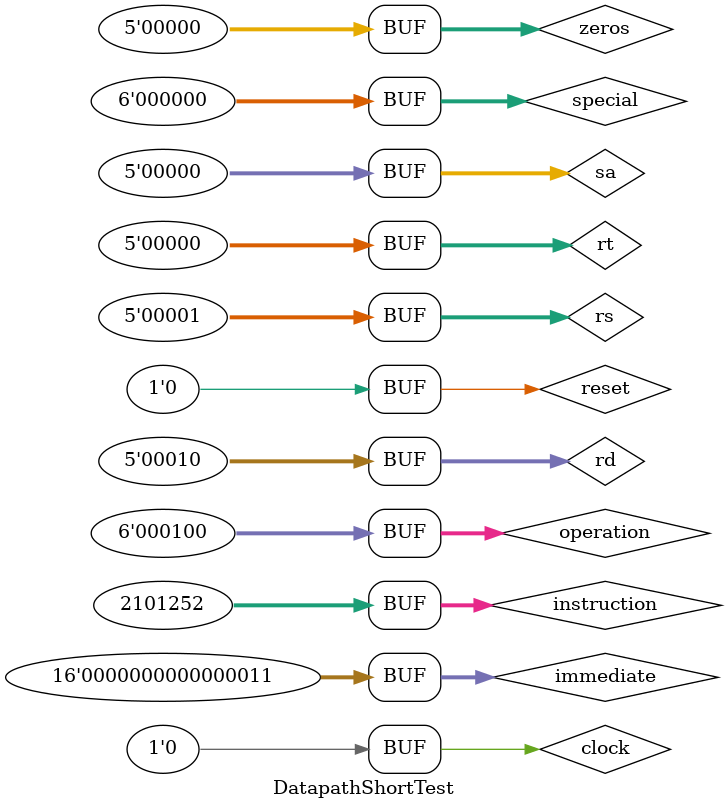
<source format=v>
`timescale 1ns / 1ps


module DatapathShortTest;

	// Inputs
	reg clock;
	reg [31:0] instruction;
	reg reset;
	reg [5:0]special=0;
	reg [4:0]rt=0;
	reg [4:0]rs=0;
	reg [15:0]immediate=0;
	reg [5:0]operation=0;
	reg [4:0]rd=0;
	reg [4:0]sa=0;
	reg [4:0]zeros=0;
	// Instantiate the Unit Under Test (UUT)
	Datapath1 uut (
		.clock(clock), 
		.resetGral(reset),
		.instruction(instruction)
	);

	initial begin
		// Initialize Inputs
		clock = 0;
	   reset=0;
		// Wait 100 ns for global reset to finish
		#100
		reset=1;
		#100
		reset=0;
		#100
		
		special=6'b001000;
		rt=0;
		rs=2;
		immediate=650;
		instruction={special,rs,rt,immediate};//sumo un valor inmediato de 650 al r2(esta en 0) y lo guardo en r0
		#1;
		clock = ~clock;
		#10;
				clock = ~clock;
		#10;
		
		
		special=6'b001000;
		rt=1;
		rs=2;
		immediate=3;
		instruction={special,rs,rt,immediate};//sumo un valor inmediato de 3 al r2(esta en 0) y lo guardo en r1
		
		#1;
		clock = ~clock;
		#10;
		clock = ~clock;
		#10;
		
		operation='b000100;
		rd=2;
		rt=0;
		rs=1;
		special=0;
		instruction={special,rs,rt,rd,zeros,operation}; // SLLV: r2 = r0 << r1 (desplazo 650 tres lugares a la izq)
		#1;
		      clock = ~clock;
		#10;
		      clock = ~clock;
		#10;
		      clock = ~clock;
		#10;
		      clock = ~clock;
		#10;
		      clock = ~clock;
		#10;
		      clock = ~clock;
		#10;
		      clock = ~clock;
		#10;
		      clock = ~clock;
		#10;
		      clock = ~clock;
		#10;
		      clock = ~clock;
		#10;
		      clock = ~clock;
		#10;
		      clock = ~clock;
	// Add stimulus here

	end
      
endmodule


</source>
